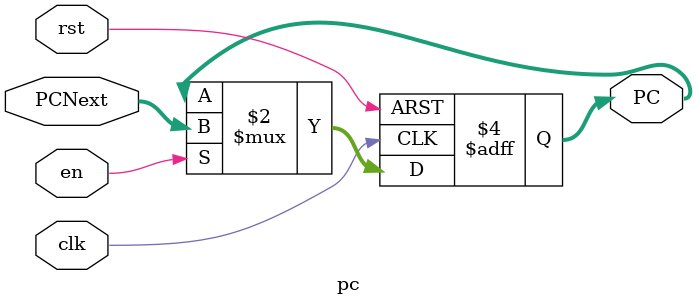
<source format=sv>
module pc (
    input  logic        clk,
    input  logic        rst,
    input  logic        en,
    input  logic [63:0] PCNext, 
    output logic [63:0] PC      
);

    always_ff @(posedge clk or posedge rst) begin
        if (rst) begin
            PC <= 64'b0; 
        end else if (en) begin
            PC <= PCNext;
        end
    end

endmodule
</source>
